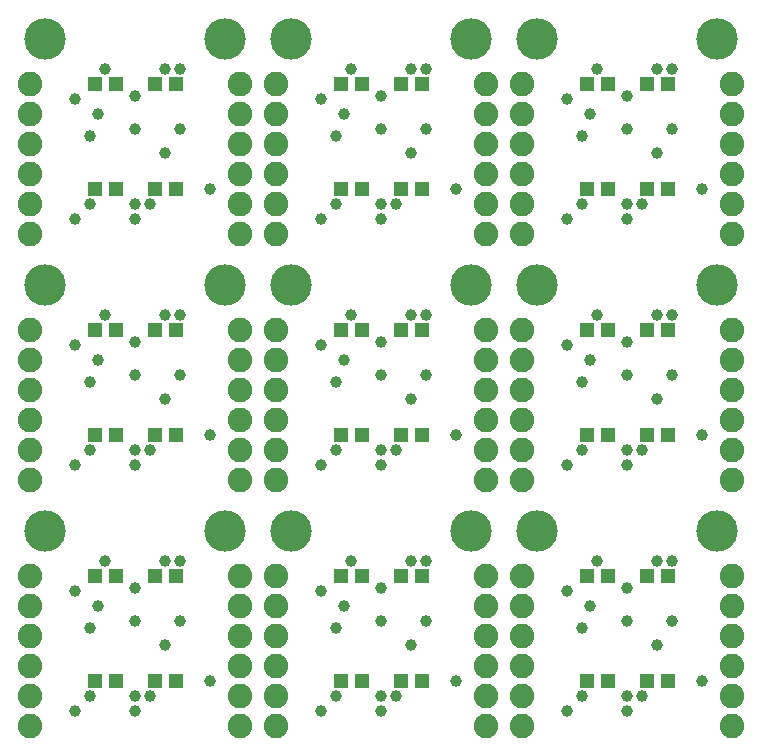
<source format=gts>
G75*
%MOIN*%
%OFA0B0*%
%FSLAX25Y25*%
%IPPOS*%
%LPD*%
%AMOC8*
5,1,8,0,0,1.08239X$1,22.5*
%
%ADD10R,0.05131X0.04737*%
%ADD11C,0.13800*%
%ADD12C,0.08200*%
%ADD13C,0.03900*%
D10*
X0031714Y0024060D03*
X0038406Y0024060D03*
X0051714Y0024060D03*
X0058406Y0024060D03*
X0058406Y0059060D03*
X0051714Y0059060D03*
X0038406Y0059060D03*
X0031714Y0059060D03*
X0031714Y0106060D03*
X0038406Y0106060D03*
X0051714Y0106060D03*
X0058406Y0106060D03*
X0058406Y0141060D03*
X0051714Y0141060D03*
X0038406Y0141060D03*
X0031714Y0141060D03*
X0031714Y0188060D03*
X0038406Y0188060D03*
X0051714Y0188060D03*
X0058406Y0188060D03*
X0058406Y0223060D03*
X0051714Y0223060D03*
X0038406Y0223060D03*
X0031714Y0223060D03*
X0113714Y0223060D03*
X0120406Y0223060D03*
X0133714Y0223060D03*
X0140406Y0223060D03*
X0140406Y0188060D03*
X0133714Y0188060D03*
X0120406Y0188060D03*
X0113714Y0188060D03*
X0113714Y0141060D03*
X0120406Y0141060D03*
X0133714Y0141060D03*
X0140406Y0141060D03*
X0140406Y0106060D03*
X0133714Y0106060D03*
X0120406Y0106060D03*
X0113714Y0106060D03*
X0113714Y0059060D03*
X0120406Y0059060D03*
X0133714Y0059060D03*
X0140406Y0059060D03*
X0140406Y0024060D03*
X0133714Y0024060D03*
X0120406Y0024060D03*
X0113714Y0024060D03*
X0195714Y0024060D03*
X0202406Y0024060D03*
X0215714Y0024060D03*
X0222406Y0024060D03*
X0222406Y0059060D03*
X0215714Y0059060D03*
X0202406Y0059060D03*
X0195714Y0059060D03*
X0195714Y0106060D03*
X0202406Y0106060D03*
X0215714Y0106060D03*
X0222406Y0106060D03*
X0222406Y0141060D03*
X0215714Y0141060D03*
X0202406Y0141060D03*
X0195714Y0141060D03*
X0195714Y0188060D03*
X0202406Y0188060D03*
X0215714Y0188060D03*
X0222406Y0188060D03*
X0222406Y0223060D03*
X0215714Y0223060D03*
X0202406Y0223060D03*
X0195714Y0223060D03*
D11*
X0179060Y0238060D03*
X0157060Y0238060D03*
X0097060Y0238060D03*
X0075060Y0238060D03*
X0015060Y0238060D03*
X0015060Y0156060D03*
X0075060Y0156060D03*
X0097060Y0156060D03*
X0157060Y0156060D03*
X0179060Y0156060D03*
X0239060Y0156060D03*
X0239060Y0238060D03*
X0239060Y0074060D03*
X0179060Y0074060D03*
X0157060Y0074060D03*
X0097060Y0074060D03*
X0075060Y0074060D03*
X0015060Y0074060D03*
D12*
X0010060Y0009060D03*
X0010060Y0019060D03*
X0010060Y0029060D03*
X0010060Y0039060D03*
X0010060Y0049060D03*
X0010060Y0059060D03*
X0010060Y0091060D03*
X0010060Y0101060D03*
X0010060Y0111060D03*
X0010060Y0121060D03*
X0010060Y0131060D03*
X0010060Y0141060D03*
X0010060Y0173060D03*
X0010060Y0183060D03*
X0010060Y0193060D03*
X0010060Y0203060D03*
X0010060Y0213060D03*
X0010060Y0223060D03*
X0080060Y0223060D03*
X0080060Y0213060D03*
X0080060Y0203060D03*
X0080060Y0193060D03*
X0080060Y0183060D03*
X0080060Y0173060D03*
X0092060Y0173060D03*
X0092060Y0183060D03*
X0092060Y0193060D03*
X0092060Y0203060D03*
X0092060Y0213060D03*
X0092060Y0223060D03*
X0162060Y0223060D03*
X0162060Y0213060D03*
X0162060Y0203060D03*
X0162060Y0193060D03*
X0162060Y0183060D03*
X0162060Y0173060D03*
X0174060Y0173060D03*
X0174060Y0183060D03*
X0174060Y0193060D03*
X0174060Y0203060D03*
X0174060Y0213060D03*
X0174060Y0223060D03*
X0244060Y0223060D03*
X0244060Y0213060D03*
X0244060Y0203060D03*
X0244060Y0193060D03*
X0244060Y0183060D03*
X0244060Y0173060D03*
X0244060Y0141060D03*
X0244060Y0131060D03*
X0244060Y0121060D03*
X0244060Y0111060D03*
X0244060Y0101060D03*
X0244060Y0091060D03*
X0244060Y0059060D03*
X0244060Y0049060D03*
X0244060Y0039060D03*
X0244060Y0029060D03*
X0244060Y0019060D03*
X0244060Y0009060D03*
X0174060Y0009060D03*
X0174060Y0019060D03*
X0174060Y0029060D03*
X0174060Y0039060D03*
X0174060Y0049060D03*
X0174060Y0059060D03*
X0162060Y0059060D03*
X0162060Y0049060D03*
X0162060Y0039060D03*
X0162060Y0029060D03*
X0162060Y0019060D03*
X0162060Y0009060D03*
X0092060Y0009060D03*
X0092060Y0019060D03*
X0092060Y0029060D03*
X0092060Y0039060D03*
X0092060Y0049060D03*
X0092060Y0059060D03*
X0080060Y0059060D03*
X0080060Y0049060D03*
X0080060Y0039060D03*
X0080060Y0029060D03*
X0080060Y0019060D03*
X0080060Y0009060D03*
X0080060Y0091060D03*
X0080060Y0101060D03*
X0080060Y0111060D03*
X0080060Y0121060D03*
X0080060Y0131060D03*
X0080060Y0141060D03*
X0092060Y0141060D03*
X0092060Y0131060D03*
X0092060Y0121060D03*
X0092060Y0111060D03*
X0092060Y0101060D03*
X0092060Y0091060D03*
X0162060Y0091060D03*
X0162060Y0101060D03*
X0162060Y0111060D03*
X0162060Y0121060D03*
X0162060Y0131060D03*
X0162060Y0141060D03*
X0174060Y0141060D03*
X0174060Y0131060D03*
X0174060Y0121060D03*
X0174060Y0111060D03*
X0174060Y0101060D03*
X0174060Y0091060D03*
D13*
X0189060Y0096060D03*
X0194060Y0101060D03*
X0209060Y0101060D03*
X0214060Y0101060D03*
X0209060Y0096060D03*
X0219060Y0118060D03*
X0224060Y0126060D03*
X0209060Y0126060D03*
X0209060Y0137060D03*
X0219060Y0146060D03*
X0224060Y0146060D03*
X0199060Y0146060D03*
X0189060Y0136060D03*
X0196560Y0131060D03*
X0194060Y0123560D03*
X0234060Y0106060D03*
X0224060Y0064060D03*
X0219060Y0064060D03*
X0209060Y0055060D03*
X0209060Y0044060D03*
X0219060Y0036060D03*
X0224060Y0044060D03*
X0234060Y0024060D03*
X0214060Y0019060D03*
X0209060Y0019060D03*
X0209060Y0014060D03*
X0194060Y0019060D03*
X0189060Y0014060D03*
X0194060Y0041560D03*
X0196560Y0049060D03*
X0189060Y0054060D03*
X0199060Y0064060D03*
X0152060Y0024060D03*
X0137060Y0036060D03*
X0142060Y0044060D03*
X0127060Y0044060D03*
X0127060Y0055060D03*
X0137060Y0064060D03*
X0142060Y0064060D03*
X0117060Y0064060D03*
X0107060Y0054060D03*
X0114560Y0049060D03*
X0112060Y0041560D03*
X0112060Y0019060D03*
X0107060Y0014060D03*
X0127060Y0014060D03*
X0127060Y0019060D03*
X0132060Y0019060D03*
X0070060Y0024060D03*
X0055060Y0036060D03*
X0060060Y0044060D03*
X0045060Y0044060D03*
X0045060Y0055060D03*
X0055060Y0064060D03*
X0060060Y0064060D03*
X0035060Y0064060D03*
X0025060Y0054060D03*
X0032560Y0049060D03*
X0030060Y0041560D03*
X0030060Y0019060D03*
X0025060Y0014060D03*
X0045060Y0014060D03*
X0045060Y0019060D03*
X0050060Y0019060D03*
X0045060Y0096060D03*
X0045060Y0101060D03*
X0050060Y0101060D03*
X0055060Y0118060D03*
X0060060Y0126060D03*
X0045060Y0126060D03*
X0045060Y0137060D03*
X0055060Y0146060D03*
X0060060Y0146060D03*
X0035060Y0146060D03*
X0025060Y0136060D03*
X0032560Y0131060D03*
X0030060Y0123560D03*
X0030060Y0101060D03*
X0025060Y0096060D03*
X0070060Y0106060D03*
X0107060Y0096060D03*
X0112060Y0101060D03*
X0127060Y0101060D03*
X0132060Y0101060D03*
X0127060Y0096060D03*
X0137060Y0118060D03*
X0142060Y0126060D03*
X0127060Y0126060D03*
X0127060Y0137060D03*
X0137060Y0146060D03*
X0142060Y0146060D03*
X0117060Y0146060D03*
X0107060Y0136060D03*
X0114560Y0131060D03*
X0112060Y0123560D03*
X0152060Y0106060D03*
X0127060Y0178060D03*
X0127060Y0183060D03*
X0132060Y0183060D03*
X0137060Y0200060D03*
X0142060Y0208060D03*
X0127060Y0208060D03*
X0127060Y0219060D03*
X0137060Y0228060D03*
X0142060Y0228060D03*
X0117060Y0228060D03*
X0107060Y0218060D03*
X0114560Y0213060D03*
X0112060Y0205560D03*
X0112060Y0183060D03*
X0107060Y0178060D03*
X0070060Y0188060D03*
X0055060Y0200060D03*
X0060060Y0208060D03*
X0045060Y0208060D03*
X0045060Y0219060D03*
X0055060Y0228060D03*
X0060060Y0228060D03*
X0035060Y0228060D03*
X0025060Y0218060D03*
X0032560Y0213060D03*
X0030060Y0205560D03*
X0030060Y0183060D03*
X0025060Y0178060D03*
X0045060Y0178060D03*
X0045060Y0183060D03*
X0050060Y0183060D03*
X0152060Y0188060D03*
X0189060Y0178060D03*
X0194060Y0183060D03*
X0209060Y0183060D03*
X0214060Y0183060D03*
X0209060Y0178060D03*
X0219060Y0200060D03*
X0224060Y0208060D03*
X0209060Y0208060D03*
X0209060Y0219060D03*
X0219060Y0228060D03*
X0224060Y0228060D03*
X0199060Y0228060D03*
X0189060Y0218060D03*
X0196560Y0213060D03*
X0194060Y0205560D03*
X0234060Y0188060D03*
M02*

</source>
